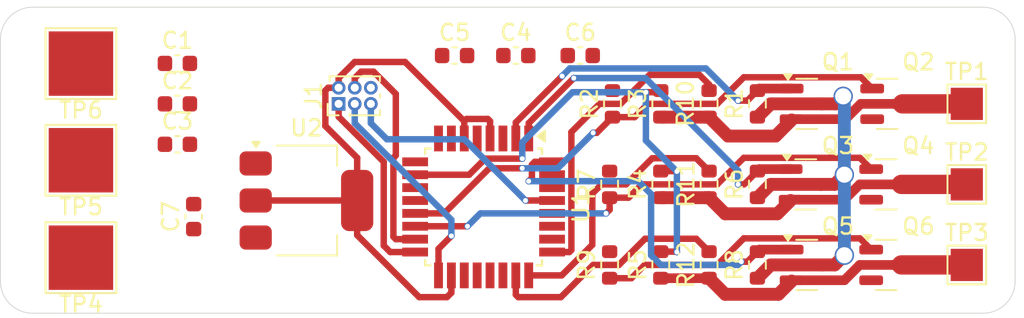
<source format=kicad_pcb>
(kicad_pcb (version 20240108) (generator "pcbnew") (generator_version "8.0")
  (layers (0 "F.Cu" signal) (31 "B.Cu" signal) (34 "B.Paste" user) (35 "F.Paste" user) (36 "B.SilkS" user "B.Silkscreen") (37 "F.SilkS" user "F.Silkscreen") (38 "B.Mask" user) (39 "F.Mask" user) (44 "Edge.Cuts" user))
  (net 0 "")
  (net 1 "GND")
  (net 2 "D6_1")
  (net 3 "+BATT")
  (net 4 "+5V")
  (net 5 "RST1")
  (net 6 "SCK1")
  (net 7 "MISO1")
  (net 8 "CL1")
  (net 9 "AH1")
  (net 10 "PHASEA1")
  (net 11 "AL1")
  (net 12 "BH1")
  (net 13 "PHASEB1")
  (net 14 "BL1")
  (net 15 "PHASEC1")
  (net 16 "CH1")
  (net 17 "A2_1")
  (net 18 "A1_1")
  (net 19 "A0_1")
  (net 27 "PWM1")
  (footprint "Capacitor_SMD:C_0603_1608Metric" (layer "F.Cu") (at 86 47)
    (property "Reference" "C4" (at 0 -1.43 0) (layer "F.SilkS"))
    (property "Value" "C")
    (fp_line (start -0.14058 -0.51) (end 0.14058 -0.51) (stroke (width 0.12)) (layer "F.SilkS"))
    (fp_line (start -0.14058 0.51) (end 0.14058 0.51) (stroke (width 0.12)) (layer "F.SilkS"))
    (pad "1" smd roundrect (at -0.775 0) (size 0.9 0.95) (layers "F.Cu" "F.Paste" "F.Mask") (net 4 "+5V"))
    (pad "2" smd roundrect (at 0.775 0) (size 0.9 0.95) (layers "F.Cu" "F.Paste" "F.Mask") (net 1 "GND"))
  )
  (footprint "Package_TO_SOT_SMD:SOT-23" (layer "F.Cu") (at 104 55)
    (property "Reference" "Q3" (at 2 -2.4 0) (layer "F.SilkS"))
    (property "Value" "AO3401A")
    (fp_line (start 0 -1.56) (end -0.65 -1.56) (stroke (width 0.12)) (layer "F.SilkS"))
    (fp_line (start 0 -1.56) (end 0.65 -1.56) (stroke (width 0.12)) (layer "F.SilkS"))
    (fp_line (start 0 1.56) (end -0.65 1.56) (stroke (width 0.12)) (layer "F.SilkS"))
    (fp_line (start 0 1.56) (end 0.65 1.56) (stroke (width 0.12)) (layer "F.SilkS"))
    (fp_poly (pts (xy -1.1625 -1.51) (xy -1.4025 -1.84) (xy -0.9225 -1.84) (xy -1.1625 -1.51)) (stroke (width 0.12)) (fill solid) (layer "F.SilkS"))
    (pad "1" smd roundrect (at -0.9375 -0.95) (size 1.475 0.6) (layers "F.Cu" "F.Paste" "F.Mask") (net 12 "BH1"))
    (pad "2" smd roundrect (at -0.9375 0.95) (size 1.475 0.6) (layers "F.Cu" "F.Paste" "F.Mask") (net 13 "PHASEB1"))
    (pad "3" smd roundrect (at 0.9375 0) (size 1.475 0.6) (layers "F.Cu" "F.Paste" "F.Mask") (net 3 "+BATT"))
  )
  (footprint "Capacitor_SMD:C_0603_1608Metric" (layer "F.Cu") (at 90 47)
    (property "Reference" "C6" (at 0 -1.43 0) (layer "F.SilkS"))
    (property "Value" "C")
    (fp_line (start -0.14058 -0.51) (end 0.14058 -0.51) (stroke (width 0.12)) (layer "F.SilkS"))
    (fp_line (start -0.14058 0.51) (end 0.14058 0.51) (stroke (width 0.12)) (layer "F.SilkS"))
    (pad "1" smd roundrect (at -0.775 0) (size 0.9 0.95) (layers "F.Cu" "F.Paste" "F.Mask") (net 4 "+5V"))
    (pad "2" smd roundrect (at 0.775 0) (size 0.9 0.95) (layers "F.Cu" "F.Paste" "F.Mask") (net 1 "GND"))
  )
  (footprint "Capacitor_SMD:C_0603_1608Metric" (layer "F.Cu") (at 66 57 90)
    (property "Reference" "C7" (at 0 -1.43 90) (layer "F.SilkS"))
    (property "Value" "C")
    (fp_line (start -0.14058 -0.51) (end 0.14058 -0.51) (stroke (width 0.12)) (layer "F.SilkS"))
    (fp_line (start -0.14058 0.51) (end 0.14058 0.51) (stroke (width 0.12)) (layer "F.SilkS"))
    (pad "1" smd roundrect (at -0.775 0 90) (size 0.9 0.95) (layers "F.Cu" "F.Paste" "F.Mask") (net 3 "+BATT"))
    (pad "2" smd roundrect (at 0.775 0 90) (size 0.9 0.95) (layers "F.Cu" "F.Paste" "F.Mask") (net 1 "GND"))
  )
  (footprint "Resistor_SMD:R_0603_1608Metric" (layer "F.Cu") (at 98 50 -90)
    (property "Reference" "R10" (at -0.023184 1.466777 90) (layer "F.SilkS"))
    (property "Value" "33K")
    (fp_line (start -0.237258 0.5225) (end 0.237258 0.5225) (stroke (width 0.12)) (layer "F.SilkS"))
    (fp_line (start -0.237258 -0.5225) (end 0.237258 -0.5225) (stroke (width 0.12)) (layer "F.SilkS"))
    (pad "1" smd roundrect (at -0.825 0 270) (size 0.8 0.95) (layers "F.Cu" "F.Paste" "F.Mask") (net 17 "A2_1"))
    (pad "2" smd roundrect (at 0.825 0 270) (size 0.8 0.95) (layers "F.Cu" "F.Paste" "F.Mask") (net 10 "PHASEA1"))
  )
  (footprint "Package_TO_SOT_SMD:SOT-23" (layer "F.Cu") (at 109.0625 50)
    (property "Reference" "Q2" (at 1.9375 -2.6 0) (layer "F.SilkS"))
    (property "Value" "IRLML0030")
    (fp_line (start 0 -1.56) (end -0.65 -1.56) (stroke (width 0.12)) (layer "F.SilkS"))
    (fp_line (start 0 -1.56) (end 0.65 -1.56) (stroke (width 0.12)) (layer "F.SilkS"))
    (fp_line (start 0 1.56) (end -0.65 1.56) (stroke (width 0.12)) (layer "F.SilkS"))
    (fp_line (start 0 1.56) (end 0.65 1.56) (stroke (width 0.12)) (layer "F.SilkS"))
    (fp_poly (pts (xy -1.1625 -1.51) (xy -1.4025 -1.84) (xy -0.9225 -1.84) (xy -1.1625 -1.51)) (stroke (width 0.12)) (fill solid) (layer "F.SilkS"))
    (pad "1" smd roundrect (at -0.9375 -0.95) (size 1.475 0.6) (layers "F.Cu" "F.Paste" "F.Mask") (net 11 "AL1"))
    (pad "2" smd roundrect (at -0.9375 0.95) (size 1.475 0.6) (layers "F.Cu" "F.Paste" "F.Mask") (net 1 "GND"))
    (pad "3" smd roundrect (at 0.9375 0) (size 1.475 0.6) (layers "F.Cu" "F.Paste" "F.Mask") (net 10 "PHASEA1"))
  )
  (footprint "Resistor_SMD:R_0603_1608Metric" (layer "F.Cu") (at 98 60 90)
    (property "Reference" "R12" (at 0 -1.43 90) (layer "F.SilkS"))
    (property "Value" "33K")
    (fp_line (start -0.237258 -0.5225) (end 0.237258 -0.5225) (stroke (width 0.12)) (layer "F.SilkS"))
    (fp_line (start -0.237258 0.5225) (end 0.237258 0.5225) (stroke (width 0.12)) (layer "F.SilkS"))
    (pad "1" smd roundrect (at -0.825 0 90) (size 0.8 0.95) (layers "F.Cu" "F.Paste" "F.Mask") (net 15 "PHASEC1"))
    (pad "2" smd roundrect (at 0.825 0 90) (size 0.8 0.95) (layers "F.Cu" "F.Paste" "F.Mask") (net 19 "A0_1"))
  )
  (footprint "Resistor_SMD:R_0603_1608Metric" (layer "F.Cu") (at 98 55 90)
    (property "Reference" "R11" (at 0 -1.43 90) (layer "F.SilkS"))
    (property "Value" "33K")
    (fp_line (start -0.237258 -0.5225) (end 0.237258 -0.5225) (stroke (width 0.12)) (layer "F.SilkS"))
    (fp_line (start -0.237258 0.5225) (end 0.237258 0.5225) (stroke (width 0.12)) (layer "F.SilkS"))
    (pad "1" smd roundrect (at -0.825 0 90) (size 0.8 0.95) (layers "F.Cu" "F.Paste" "F.Mask") (net 13 "PHASEB1"))
    (pad "2" smd roundrect (at 0.825 0 90) (size 0.8 0.95) (layers "F.Cu" "F.Paste" "F.Mask") (net 18 "A1_1"))
  )
  (footprint "Resistor_SMD:R_0603_1608Metric" (layer "F.Cu") (at 101 55 90)
    (property "Reference" "R6" (at 0 -1.43 90) (layer "F.SilkS"))
    (property "Value" "R_Small")
    (fp_line (start -0.237258 -0.5225) (end 0.237258 -0.5225) (stroke (width 0.12)) (layer "F.SilkS"))
    (fp_line (start -0.237258 0.5225) (end 0.237258 0.5225) (stroke (width 0.12)) (layer "F.SilkS"))
    (pad "1" smd roundrect (at -0.825 0 90) (size 0.8 0.95) (layers "F.Cu" "F.Paste" "F.Mask") (net 3 "+BATT"))
    (pad "2" smd roundrect (at 0.825 0 90) (size 0.8 0.95) (layers "F.Cu" "F.Paste" "F.Mask") (net 12 "BH1"))
  )
  (footprint "Connector_PinHeader_1.00mm:PinHeader_2x03_P1.00mm_Vertical" (layer "F.Cu") (at 75 50 90)
    (property "Reference" "J1" (at 0.5 -1.56 90) (layer "F.SilkS"))
    (property "Value" "AVR-ISP-6")
    (fp_line (start -0.71 -0.685) (end 0 -0.685) (stroke (width 0.12)) (layer "F.SilkS"))
    (fp_line (start 1.71 -0.56) (end 1.71 2.56) (stroke (width 0.12)) (layer "F.SilkS"))
    (fp_line (start 1.394493 -0.56) (end 1.71 -0.56) (stroke (width 0.12)) (layer "F.SilkS"))
    (fp_line (start -0.71 0) (end -0.71 -0.685) (stroke (width 0.12)) (layer "F.SilkS"))
    (fp_line (start -0.71 0.685) (end -0.608276 0.685) (stroke (width 0.12)) (layer "F.SilkS"))
    (fp_line (start -0.71 0.685) (end -0.71 2.56) (stroke (width 0.12)) (layer "F.SilkS"))
    (fp_line (start 1.394493 2.56) (end 1.71 2.56) (stroke (width 0.12)) (layer "F.SilkS"))
    (fp_line (start 0.394493 2.56) (end 0.605507 2.56) (stroke (width 0.12)) (layer "F.SilkS"))
    (fp_line (start -0.71 2.56) (end -0.394493 2.56) (stroke (width 0.12)) (layer "F.SilkS"))
    (pad "1" thru_hole rect (at 0 0 90) (size 0.85 0.85) (drill 0.5) (layers "*.Cu" "*.Mask") (net 7 "MISO1"))
    (pad "2" thru_hole oval (at 1 0 90) (size 0.85 0.85) (drill 0.5) (layers "*.Cu" "*.Mask") (net 4 "+5V"))
    (pad "3" thru_hole oval (at 0 1 90) (size 0.85 0.85) (drill 0.5) (layers "*.Cu" "*.Mask") (net 6 "SCK1"))
    (pad "4" thru_hole oval (at 1 1 90) (size 0.85 0.85) (drill 0.5) (layers "*.Cu" "*.Mask") (net 8 "CL1"))
    (pad "5" thru_hole oval (at 0 2 90) (size 0.85 0.85) (drill 0.5) (layers "*.Cu" "*.Mask") (net 5 "RST1"))
    (pad "6" thru_hole oval (at 1 2 90) (size 0.85 0.85) (drill 0.5) (layers "*.Cu" "*.Mask") (net 1 "GND"))
  )
  (footprint "Capacitor_SMD:C_0603_1608Metric" (layer "F.Cu") (at 64.99 52.51)
    (property "Reference" "C3" (at 0 -1.43 0) (layer "F.SilkS"))
    (property "Value" "C")
    (fp_line (start -0.14058 -0.51) (end 0.14058 -0.51) (stroke (width 0.12)) (layer "F.SilkS"))
    (fp_line (start -0.14058 0.51) (end 0.14058 0.51) (stroke (width 0.12)) (layer "F.SilkS"))
    (pad "1" smd roundrect (at -0.775 0) (size 0.9 0.95) (layers "F.Cu" "F.Paste" "F.Mask") (net 4 "+5V"))
    (pad "2" smd roundrect (at 0.775 0) (size 0.9 0.95) (layers "F.Cu" "F.Paste" "F.Mask") (net 1 "GND"))
  )
  (footprint "Resistor_SMD:R_0603_1608Metric" (layer "F.Cu") (at 101 50 90)
    (property "Reference" "R1" (at 0 -1.43 90) (layer "F.SilkS"))
    (property "Value" "R_Small")
    (fp_line (start -0.237258 -0.5225) (end 0.237258 -0.5225) (stroke (width 0.12)) (layer "F.SilkS"))
    (fp_line (start -0.237258 0.5225) (end 0.237258 0.5225) (stroke (width 0.12)) (layer "F.SilkS"))
    (pad "1" smd roundrect (at -0.825 0 90) (size 0.8 0.95) (layers "F.Cu" "F.Paste" "F.Mask") (net 3 "+BATT"))
    (pad "2" smd roundrect (at 0.825 0 90) (size 0.8 0.95) (layers "F.Cu" "F.Paste" "F.Mask") (net 9 "AH1"))
  )
  (footprint "Resistor_SMD:R_0603_1608Metric" (layer "F.Cu") (at 91.825 60 90)
    (property "Reference" "R9" (at 0 -1.43 90) (layer "F.SilkS"))
    (property "Value" "R_Small")
    (fp_line (start -0.237258 -0.5225) (end 0.237258 -0.5225) (stroke (width 0.12)) (layer "F.SilkS"))
    (fp_line (start -0.237258 0.5225) (end 0.237258 0.5225) (stroke (width 0.12)) (layer "F.SilkS"))
    (pad "1" smd roundrect (at -0.825 0 90) (size 0.8 0.95) (layers "F.Cu" "F.Paste" "F.Mask") (net 8 "CL1"))
    (pad "2" smd roundrect (at 0.825 0 90) (size 0.8 0.95) (layers "F.Cu" "F.Paste" "F.Mask") (net 1 "GND"))
  )
  (footprint "Package_TO_SOT_SMD:SOT-23" (layer "F.Cu") (at 104.0625 50)
    (property "Reference" "Q1" (at 1.9375 -2.6 0) (layer "F.SilkS"))
    (property "Value" "AO3401A")
    (fp_line (start 0 -1.56) (end -0.65 -1.56) (stroke (width 0.12)) (layer "F.SilkS"))
    (fp_line (start 0 -1.56) (end 0.65 -1.56) (stroke (width 0.12)) (layer "F.SilkS"))
    (fp_line (start 0 1.56) (end -0.65 1.56) (stroke (width 0.12)) (layer "F.SilkS"))
    (fp_line (start 0 1.56) (end 0.65 1.56) (stroke (width 0.12)) (layer "F.SilkS"))
    (fp_poly (pts (xy -1.1625 -1.51) (xy -1.4025 -1.84) (xy -0.9225 -1.84) (xy -1.1625 -1.51)) (stroke (width 0.12)) (fill solid) (layer "F.SilkS"))
    (pad "1" smd roundrect (at -0.9375 -0.95) (size 1.475 0.6) (layers "F.Cu" "F.Paste" "F.Mask") (net 9 "AH1"))
    (pad "2" smd roundrect (at -0.9375 0.95) (size 1.475 0.6) (layers "F.Cu" "F.Paste" "F.Mask") (net 10 "PHASEA1"))
    (pad "3" smd roundrect (at 0.9375 0) (size 1.475 0.6) (layers "F.Cu" "F.Paste" "F.Mask") (net 3 "+BATT"))
  )
  (footprint "Capacitor_SMD:C_0603_1608Metric" (layer "F.Cu") (at 82.2 47)
    (property "Reference" "C5" (at 0 -1.43 0) (layer "F.SilkS"))
    (property "Value" "C")
    (fp_line (start -0.14058 -0.51) (end 0.14058 -0.51) (stroke (width 0.12)) (layer "F.SilkS"))
    (fp_line (start -0.14058 0.51) (end 0.14058 0.51) (stroke (width 0.12)) (layer "F.SilkS"))
    (pad "1" smd roundrect (at -0.775 0) (size 0.9 0.95) (layers "F.Cu" "F.Paste" "F.Mask") (net 4 "+5V"))
    (pad "2" smd roundrect (at 0.775 0) (size 0.9 0.95) (layers "F.Cu" "F.Paste" "F.Mask") (net 1 "GND"))
  )
  (footprint "Package_TO_SOT_SMD:SOT-23" (layer "F.Cu") (at 104.0625 60)
    (property "Reference" "Q5" (at 1.9375 -2.4 0) (layer "F.SilkS"))
    (property "Value" "AO3401A")
    (fp_line (start 0 -1.56) (end -0.65 -1.56) (stroke (width 0.12)) (layer "F.SilkS"))
    (fp_line (start 0 -1.56) (end 0.65 -1.56) (stroke (width 0.12)) (layer "F.SilkS"))
    (fp_line (start 0 1.56) (end -0.65 1.56) (stroke (width 0.12)) (layer "F.SilkS"))
    (fp_line (start 0 1.56) (end 0.65 1.56) (stroke (width 0.12)) (layer "F.SilkS"))
    (fp_poly (pts (xy -1.1625 -1.51) (xy -1.4025 -1.84) (xy -0.9225 -1.84) (xy -1.1625 -1.51)) (stroke (width 0.12)) (fill solid) (layer "F.SilkS"))
    (pad "1" smd roundrect (at -0.9375 -0.95) (size 1.475 0.6) (layers "F.Cu" "F.Paste" "F.Mask") (net 16 "CH1"))
    (pad "2" smd roundrect (at -0.9375 0.95) (size 1.475 0.6) (layers "F.Cu" "F.Paste" "F.Mask") (net 15 "PHASEC1"))
    (pad "3" smd roundrect (at 0.9375 0) (size 1.475 0.6) (layers "F.Cu" "F.Paste" "F.Mask") (net 3 "+BATT"))
  )
  (footprint "Package_TO_SOT_SMD:SOT-23" (layer "F.Cu") (at 109 60)
    (property "Reference" "Q6" (at 2 -2.4 0) (layer "F.SilkS"))
    (property "Value" "IRLML0030")
    (fp_line (start 0 -1.56) (end -0.65 -1.56) (stroke (width 0.12)) (layer "F.SilkS"))
    (fp_line (start 0 -1.56) (end 0.65 -1.56) (stroke (width 0.12)) (layer "F.SilkS"))
    (fp_line (start 0 1.56) (end -0.65 1.56) (stroke (width 0.12)) (layer "F.SilkS"))
    (fp_line (start 0 1.56) (end 0.65 1.56) (stroke (width 0.12)) (layer "F.SilkS"))
    (fp_poly (pts (xy -1.1625 -1.51) (xy -1.4025 -1.84) (xy -0.9225 -1.84) (xy -1.1625 -1.51)) (stroke (width 0.12)) (fill solid) (layer "F.SilkS"))
    (pad "1" smd roundrect (at -0.9375 -0.95) (size 1.475 0.6) (layers "F.Cu" "F.Paste" "F.Mask") (net 8 "CL1"))
    (pad "2" smd roundrect (at -0.9375 0.95) (size 1.475 0.6) (layers "F.Cu" "F.Paste" "F.Mask") (net 1 "GND"))
    (pad "3" smd roundrect (at 0.9375 0) (size 1.475 0.6) (layers "F.Cu" "F.Paste" "F.Mask") (net 15 "PHASEC1"))
  )
  (footprint "Resistor_SMD:R_0603_1608Metric" (layer "F.Cu") (at 91.825 55 90)
    (property "Reference" "R7" (at 0 -1.43 90) (layer "F.SilkS"))
    (property "Value" "R_Small")
    (fp_line (start -0.237258 -0.5225) (end 0.237258 -0.5225) (stroke (width 0.12)) (layer "F.SilkS"))
    (fp_line (start -0.237258 0.5225) (end 0.237258 0.5225) (stroke (width 0.12)) (layer "F.SilkS"))
    (pad "1" smd roundrect (at -0.825 0 90) (size 0.8 0.95) (layers "F.Cu" "F.Paste" "F.Mask") (net 14 "BL1"))
    (pad "2" smd roundrect (at 0.825 0 90) (size 0.8 0.95) (layers "F.Cu" "F.Paste" "F.Mask") (net 1 "GND"))
  )
  (footprint "Resistor_SMD:R_0603_1608Metric" (layer "F.Cu") (at 92 50 90)
    (property "Reference" "R2" (at 0 -1.43 90) (layer "F.SilkS"))
    (property "Value" "R_Small")
    (fp_line (start -0.237258 -0.5225) (end 0.237258 -0.5225) (stroke (width 0.12)) (layer "F.SilkS"))
    (fp_line (start -0.237258 0.5225) (end 0.237258 0.5225) (stroke (width 0.12)) (layer "F.SilkS"))
    (pad "1" smd roundrect (at -0.825 0 90) (size 0.8 0.95) (layers "F.Cu" "F.Paste" "F.Mask") (net 11 "AL1"))
    (pad "2" smd roundrect (at 0.825 0 90) (size 0.8 0.95) (layers "F.Cu" "F.Paste" "F.Mask") (net 1 "GND"))
  )
  (footprint "Capacitor_SMD:C_0603_1608Metric" (layer "F.Cu") (at 64.99 47.49)
    (property "Reference" "C1" (at 0 -1.43 0) (layer "F.SilkS"))
    (property "Value" "C")
    (fp_line (start -0.14058 -0.51) (end 0.14058 -0.51) (stroke (width 0.12)) (layer "F.SilkS"))
    (fp_line (start -0.14058 0.51) (end 0.14058 0.51) (stroke (width 0.12)) (layer "F.SilkS"))
    (pad "1" smd roundrect (at -0.775 0) (size 0.9 0.95) (layers "F.Cu" "F.Paste" "F.Mask") (net 1 "GND"))
    (pad "2" smd roundrect (at 0.775 0) (size 0.9 0.95) (layers "F.Cu" "F.Paste" "F.Mask") (net 2 "D6_1"))
  )
  (footprint "Resistor_SMD:R_0603_1608Metric" (layer "F.Cu") (at 101 60 90)
    (property "Reference" "R8" (at 0 -1.43 90) (layer "F.SilkS"))
    (property "Value" "R_Small")
    (fp_line (start -0.237258 -0.5225) (end 0.237258 -0.5225) (stroke (width 0.12)) (layer "F.SilkS"))
    (fp_line (start -0.237258 0.5225) (end 0.237258 0.5225) (stroke (width 0.12)) (layer "F.SilkS"))
    (pad "1" smd roundrect (at -0.825 0 90) (size 0.8 0.95) (layers "F.Cu" "F.Paste" "F.Mask") (net 3 "+BATT"))
    (pad "2" smd roundrect (at 0.825 0 90) (size 0.8 0.95) (layers "F.Cu" "F.Paste" "F.Mask") (net 16 "CH1"))
  )
  (footprint "Resistor_SMD:R_0603_1608Metric" (layer "F.Cu") (at 95 60 90)
    (property "Reference" "R5" (at 0 -1.43 90) (layer "F.SilkS"))
    (property "Value" "R_Small")
    (fp_line (start -0.237258 -0.5225) (end 0.237258 -0.5225) (stroke (width 0.12)) (layer "F.SilkS"))
    (fp_line (start -0.237258 0.5225) (end 0.237258 0.5225) (stroke (width 0.12)) (layer "F.SilkS"))
    (pad "1" smd roundrect (at -0.825 0 90) (size 0.8 0.95) (layers "F.Cu" "F.Paste" "F.Mask") (net 15 "PHASEC1"))
    (pad "2" smd roundrect (at 0.825 0 90) (size 0.8 0.95) (layers "F.Cu" "F.Paste" "F.Mask") (net 2 "D6_1"))
  )
  (footprint "Capacitor_SMD:C_0603_1608Metric" (layer "F.Cu") (at 64.99 50)
    (property "Reference" "C2" (at 0 -1.43 0) (layer "F.SilkS"))
    (property "Value" "C")
    (fp_line (start -0.14058 -0.51) (end 0.14058 -0.51) (stroke (width 0.12)) (layer "F.SilkS"))
    (fp_line (start -0.14058 0.51) (end 0.14058 0.51) (stroke (width 0.12)) (layer "F.SilkS"))
    (pad "1" smd roundrect (at -0.775 0) (size 0.9 0.95) (layers "F.Cu" "F.Paste" "F.Mask") (net 3 "+BATT"))
    (pad "2" smd roundrect (at 0.775 0) (size 0.9 0.95) (layers "F.Cu" "F.Paste" "F.Mask") (net 1 "GND"))
  )
  (footprint "Package_QFP:TQFP-32_7x7mm_P0.8mm" (layer "F.Cu") (at 84 56.4 -90)
    (property "Reference" "U1" (at 0 -6.05 90) (layer "F.SilkS"))
    (property "Value" "ATmega88PA-A")
    (fp_line (start -3.625 3.625) (end -3.3 3.625) (stroke (width 0.15)) (layer "F.SilkS"))
    (fp_line (start -3.625 3.625) (end -3.625 3.3) (stroke (width 0.15)) (layer "F.SilkS"))
    (fp_line (start 3.625 3.625) (end 3.3 3.625) (stroke (width 0.15)) (layer "F.SilkS"))
    (fp_line (start 3.625 3.625) (end 3.625 3.3) (stroke (width 0.15)) (layer "F.SilkS"))
    (fp_line (start -3.625 -3.625) (end -3.625 -3.4) (stroke (width 0.15)) (layer "F.SilkS"))
    (fp_line (start -3.625 -3.625) (end -3.3 -3.625) (stroke (width 0.15)) (layer "F.SilkS"))
    (fp_line (start 3.625 -3.625) (end 3.625 -3.3) (stroke (width 0.15)) (layer "F.SilkS"))
    (fp_line (start 3.625 -3.625) (end 3.3 -3.625) (stroke (width 0.15)) (layer "F.SilkS"))
    (fp_poly (pts (xy -4.39 -3.34) (xy -4.73 -3.81) (xy -4.05 -3.81) (xy -4.39 -3.34)) (stroke (width 0.12)) (fill solid) (layer "F.SilkS"))
    (pad "1" smd rect (at -4.25 -2.8 270) (size 1.6 0.55) (layers "F.Cu" "F.Paste" "F.Mask") (net 12 "BH1"))
    (pad "2" smd rect (at -4.25 -2 270) (size 1.6 0.55) (layers "F.Cu" "F.Paste" "F.Mask") (net 9 "AH1"))
    (pad "3" smd rect (at -4.25 -1.2 270) (size 1.6 0.55) (layers "F.Cu" "F.Paste" "F.Mask") (net 1 "GND"))
    (pad "4" smd rect (at -4.25 -0.4 270) (size 1.6 0.55) (layers "F.Cu" "F.Paste" "F.Mask") (net 4 "+5V"))
    (pad "5" smd rect (at -4.25 0.4 270) (size 1.6 0.55) (layers "F.Cu" "F.Paste" "F.Mask") (net 1 "GND"))
    (pad "6" smd rect (at -4.25 1.2 270) (size 1.6 0.55) (layers "F.Cu" "F.Paste" "F.Mask") (net 4 "+5V"))
    (pad "7" smd rect (at -4.25 2 270) (size 1.6 0.55) (layers "F.Cu" "F.Paste" "F.Mask"))
    (pad "8" smd rect (at -4.25 2.8 270) (size 1.6 0.55) (layers "F.Cu" "F.Paste" "F.Mask"))
    (pad "9" smd rect (at -2.8 4.25) (size 1.6 0.55) (layers "F.Cu" "F.Paste" "F.Mask"))
    (pad "10" smd rect (at -2 4.25) (size 1.6 0.55) (layers "F.Cu" "F.Paste" "F.Mask") (net 2 "D6_1"))
    (pad "11" smd rect (at -1.2 4.25) (size 1.6 0.55) (layers "F.Cu" "F.Paste" "F.Mask"))
    (pad "12" smd rect (at -0.4 4.25) (size 1.6 0.55) (layers "F.Cu" "F.Paste" "F.Mask") (net 27 "PWM1"))
    (pad "13" smd rect (at 0.4 4.25) (size 1.6 0.55) (layers "F.Cu" "F.Paste" "F.Mask") (net 11 "AL1"))
    (pad "14" smd rect (at 1.2 4.25) (size 1.6 0.55) (layers "F.Cu" "F.Paste" "F.Mask") (net 14 "BL1"))
    (pad "15" smd rect (at 2 4.25) (size 1.6 0.55) (layers "F.Cu" "F.Paste" "F.Mask") (net 8 "CL1"))
    (pad "16" smd rect (at 2.8 4.25) (size 1.6 0.55) (layers "F.Cu" "F.Paste" "F.Mask") (net 7 "MISO1"))
    (pad "17" smd rect (at 4.25 2.8 270) (size 1.6 0.55) (layers "F.Cu" "F.Paste" "F.Mask") (net 6 "SCK1"))
    (pad "18" smd rect (at 4.25 2 270) (size 1.6 0.55) (layers "F.Cu" "F.Paste" "F.Mask") (net 4 "+5V"))
    (pad "19" smd rect (at 4.25 1.2 270) (size 1.6 0.55) (layers "F.Cu" "F.Paste" "F.Mask"))
    (pad "20" smd rect (at 4.25 0.4 270) (size 1.6 0.55) (layers "F.Cu" "F.Paste" "F.Mask"))
    (pad "21" smd rect (at 4.25 -0.4 270) (size 1.6 0.55) (layers "F.Cu" "F.Paste" "F.Mask") (net 1 "GND"))
    (pad "22" smd rect (at 4.25 -1.2 270) (size 1.6 0.55) (layers "F.Cu" "F.Paste" "F.Mask"))
    (pad "23" smd rect (at 4.25 -2 270) (size 1.6 0.55) (layers "F.Cu" "F.Paste" "F.Mask") (net 19 "A0_1"))
    (pad "24" smd rect (at 4.25 -2.8 270) (size 1.6 0.55) (layers "F.Cu" "F.Paste" "F.Mask") (net 18 "A1_1"))
    (pad "25" smd rect (at 2.8 -4.25) (size 1.6 0.55) (layers "F.Cu" "F.Paste" "F.Mask") (net 17 "A2_1"))
    (pad "26" smd rect (at 2 -4.25) (size 1.6 0.55) (layers "F.Cu" "F.Paste" "F.Mask"))
    (pad "27" smd rect (at 1.2 -4.25) (size 1.6 0.55) (layers "F.Cu" "F.Paste" "F.Mask"))
    (pad "28" smd rect (at 0.4 -4.25) (size 1.6 0.55) (layers "F.Cu" "F.Paste" "F.Mask"))
    (pad "29" smd rect (at -0.4 -4.25) (size 1.6 0.55) (layers "F.Cu" "F.Paste" "F.Mask") (net 5 "RST1"))
    (pad "30" smd rect (at -1.2 -4.25) (size 1.6 0.55) (layers "F.Cu" "F.Paste" "F.Mask"))
    (pad "31" smd rect (at -2 -4.25) (size 1.6 0.55) (layers "F.Cu" "F.Paste" "F.Mask"))
    (pad "32" smd rect (at -2.8 -4.25) (size 1.6 0.55) (layers "F.Cu" "F.Paste" "F.Mask") (net 16 "CH1"))
  )
  (footprint "Package_TO_SOT_SMD:SOT-23" (layer "F.Cu") (at 109 55)
    (property "Reference" "Q4" (at 2 -2.4 0) (layer "F.SilkS"))
    (property "Value" "IRLML0030")
    (fp_line (start 0 -1.56) (end -0.65 -1.56) (stroke (width 0.12)) (layer "F.SilkS"))
    (fp_line (start 0 -1.56) (end 0.65 -1.56) (stroke (width 0.12)) (layer "F.SilkS"))
    (fp_line (start 0 1.56) (end -0.65 1.56) (stroke (width 0.12)) (layer "F.SilkS"))
    (fp_line (start 0 1.56) (end 0.65 1.56) (stroke (width 0.12)) (layer "F.SilkS"))
    (fp_poly (pts (xy -1.1625 -1.51) (xy -1.4025 -1.84) (xy -0.9225 -1.84) (xy -1.1625 -1.51)) (stroke (width 0.12)) (fill solid) (layer "F.SilkS"))
    (pad "1" smd roundrect (at -0.9375 -0.95) (size 1.475 0.6) (layers "F.Cu" "F.Paste" "F.Mask") (net 14 "BL1"))
    (pad "2" smd roundrect (at -0.9375 0.95) (size 1.475 0.6) (layers "F.Cu" "F.Paste" "F.Mask") (net 1 "GND"))
    (pad "3" smd roundrect (at 0.9375 0) (size 1.475 0.6) (layers "F.Cu" "F.Paste" "F.Mask") (net 13 "PHASEB1"))
  )
  (footprint "TestPoint:TestPoint_Pad_2.0x2.0mm" (layer "F.Cu") (at 114 60)
    (property "Reference" "TP3" (at 0 -1.998 0) (layer "F.SilkS"))
    (property "Value" "TestPoint")
    (fp_line (start -1.2 -1.2) (end 1.2 -1.2) (stroke (width 0.12)) (layer "F.SilkS"))
    (fp_line (start -1.2 1.2) (end -1.2 -1.2) (stroke (width 0.12)) (layer "F.SilkS"))
    (fp_line (start 1.2 -1.2) (end 1.2 1.2) (stroke (width 0.12)) (layer "F.SilkS"))
    (fp_line (start 1.2 1.2) (end -1.2 1.2) (stroke (width 0.12)) (layer "F.SilkS"))
    (pad "1" smd rect (at 0 0) (size 2 2) (layers "F.Cu" "F.Mask") (net 15 "PHASEC1"))
  )
  (footprint "TestPoint:TestPoint_Pad_2.0x2.0mm" (layer "F.Cu") (at 114 55)
    (property "Reference" "TP2" (at 0 -1.998 0) (layer "F.SilkS"))
    (property "Value" "TestPoint")
    (fp_line (start -1.2 -1.2) (end 1.2 -1.2) (stroke (width 0.12)) (layer "F.SilkS"))
    (fp_line (start -1.2 1.2) (end -1.2 -1.2) (stroke (width 0.12)) (layer "F.SilkS"))
    (fp_line (start 1.2 -1.2) (end 1.2 1.2) (stroke (width 0.12)) (layer "F.SilkS"))
    (fp_line (start 1.2 1.2) (end -1.2 1.2) (stroke (width 0.12)) (layer "F.SilkS"))
    (pad "1" smd rect (at 0 0) (size 2 2) (layers "F.Cu" "F.Mask") (net 13 "PHASEB1"))
  )
  (footprint "Resistor_SMD:R_0603_1608Metric" (layer "F.Cu") (at 95 55 90)
    (property "Reference" "R4" (at 0 -1.43 90) (layer "F.SilkS"))
    (property "Value" "R_Small")
    (fp_line (start -0.237258 -0.5225) (end 0.237258 -0.5225) (stroke (width 0.12)) (layer "F.SilkS"))
    (fp_line (start -0.237258 0.5225) (end 0.237258 0.5225) (stroke (width 0.12)) (layer "F.SilkS"))
    (pad "1" smd roundrect (at -0.825 0 90) (size 0.8 0.95) (layers "F.Cu" "F.Paste" "F.Mask") (net 13 "PHASEB1"))
    (pad "2" smd roundrect (at 0.825 0 90) (size 0.8 0.95) (layers "F.Cu" "F.Paste" "F.Mask") (net 2 "D6_1"))
  )
  (footprint "Resistor_SMD:R_0603_1608Metric" (layer "F.Cu") (at 95 50 90)
    (property "Reference" "R3" (at 0 -1.43 90) (layer "F.SilkS"))
    (property "Value" "R_Small")
    (fp_line (start -0.237258 -0.5225) (end 0.237258 -0.5225) (stroke (width 0.12)) (layer "F.SilkS"))
    (fp_line (start -0.237258 0.5225) (end 0.237258 0.5225) (stroke (width 0.12)) (layer "F.SilkS"))
    (pad "1" smd roundrect (at -0.825 0 90) (size 0.8 0.95) (layers "F.Cu" "F.Paste" "F.Mask") (net 10 "PHASEA1"))
    (pad "2" smd roundrect (at 0.825 0 90) (size 0.8 0.95) (layers "F.Cu" "F.Paste" "F.Mask") (net 2 "D6_1"))
  )
  (footprint "TestPoint:TestPoint_Pad_4.0x4.0mm" (layer "F.Cu") (at 59 59.55 180)
    (property "Reference" "TP4" (at 0 -2.898 360) (layer "F.SilkS"))
    (property "Value" "TestPoint")
    (fp_line (start 2.2 2.2) (end -2.2 2.2) (stroke (width 0.12)) (layer "F.SilkS"))
    (fp_line (start 2.2 -2.2) (end 2.2 2.2) (stroke (width 0.12)) (layer "F.SilkS"))
    (fp_line (start -2.2 2.2) (end -2.2 -2.2) (stroke (width 0.12)) (layer "F.SilkS"))
    (fp_line (start -2.2 -2.2) (end 2.2 -2.2) (stroke (width 0.12)) (layer "F.SilkS"))
    (pad "1" smd rect (at 0 0 180) (size 4 4) (layers "F.Cu" "F.Mask") (net 3 "+BATT"))
  )
  (footprint "TestPoint:TestPoint_Pad_4.0x4.0mm" (layer "F.Cu") (at 59 53.5 180)
    (property "Reference" "TP5" (at 0 -2.898 360) (layer "F.SilkS"))
    (property "Value" "TestPoint")
    (fp_line (start 2.2 2.2) (end -2.2 2.2) (stroke (width 0.12)) (layer "F.SilkS"))
    (fp_line (start 2.2 -2.2) (end 2.2 2.2) (stroke (width 0.12)) (layer "F.SilkS"))
    (fp_line (start -2.2 2.2) (end -2.2 -2.2) (stroke (width 0.12)) (layer "F.SilkS"))
    (fp_line (start -2.2 -2.2) (end 2.2 -2.2) (stroke (width 0.12)) (layer "F.SilkS"))
    (pad "1" smd rect (at 0 0 180) (size 4 4) (layers "F.Cu" "F.Mask") (net 1 "GND"))
  )
  (footprint "TestPoint:TestPoint_Pad_4.0x4.0mm" (layer "F.Cu") (at 59 47.5 180)
    (property "Reference" "TP6" (at 0 -2.898 360) (layer "F.SilkS"))
    (property "Value" "TestPoint")
    (fp_line (start 2.2 2.2) (end -2.2 2.2) (stroke (width 0.12)) (layer "F.SilkS"))
    (fp_line (start 2.2 -2.2) (end 2.2 2.2) (stroke (width 0.12)) (layer "F.SilkS"))
    (fp_line (start -2.2 2.2) (end -2.2 -2.2) (stroke (width 0.12)) (layer "F.SilkS"))
    (fp_line (start -2.2 -2.2) (end 2.2 -2.2) (stroke (width 0.12)) (layer "F.SilkS"))
    (pad "1" smd rect (at 0 0 180) (size 4 4) (layers "F.Cu" "F.Mask") (net 27 "PWM1"))
  )
  (footprint "Package_TO_SOT_SMD:SOT-223-3_TabPin2" (layer "F.Cu") (at 73 56)
    (property "Reference" "U2" (at 0 -4.5 0) (layer "F.SilkS"))
    (property "Value" "AMS1117-3.3")
    (fp_line (start -1.85 -3.41) (end 1.91 -3.41) (stroke (width 0.12)) (layer "F.SilkS"))
    (fp_line (start -1.85 3.41) (end 1.91 3.41) (stroke (width 0.12)) (layer "F.SilkS"))
    (fp_line (start 1.91 -3.41) (end 1.91 -2.15) (stroke (width 0.12)) (layer "F.SilkS"))
    (fp_line (start 1.91 3.41) (end 1.91 2.15) (stroke (width 0.12)) (layer "F.SilkS"))
    (fp_poly (pts (xy -3.13 -3.31) (xy -3.37 -3.64) (xy -2.89 -3.64) (xy -3.13 -3.31)) (stroke (width 0.12)) (fill solid) (layer "F.SilkS"))
    (pad "1" smd roundrect (at -3.15 -2.3) (size 2 1.5) (layers "F.Cu" "F.Paste" "F.Mask") (net 1 "GND"))
    (pad "2" smd roundrect (at -3.15 0) (size 2 1.5) (layers "F.Cu" "F.Paste" "F.Mask") (net 4 "+5V"))
    (pad "2" smd roundrect (at 3.15 0) (size 2 3.8) (layers "F.Cu" "F.Paste" "F.Mask") (net 4 "+5V"))
    (pad "3" smd roundrect (at -3.15 2.3) (size 2 1.5) (layers "F.Cu" "F.Paste" "F.Mask") (net 3 "+BATT"))
  )
  (footprint "TestPoint:TestPoint_Pad_2.0x2.0mm" (layer "F.Cu") (at 114 50)
    (property "Reference" "TP1" (at 0 -1.998 0) (layer "F.SilkS"))
    (property "Value" "TestPoint")
    (fp_line (start -1.2 -1.2) (end 1.2 -1.2) (stroke (width 0.12)) (layer "F.SilkS"))
    (fp_line (start -1.2 1.2) (end -1.2 -1.2) (stroke (width 0.12)) (layer "F.SilkS"))
    (fp_line (start 1.2 -1.2) (end 1.2 1.2) (stroke (width 0.12)) (layer "F.SilkS"))
    (fp_line (start 1.2 1.2) (end -1.2 1.2) (stroke (width 0.12)) (layer "F.SilkS"))
    (pad "1" smd rect (at 0 0) (size 2 2) (layers "F.Cu" "F.Mask") (net 10 "PHASEA1"))
  )
  (gr_line (start 117 46) (end 117 61) (stroke (width 0.05)) (layer "Edge.Cuts"))
  (gr_line (start 56 63) (end 115 63) (stroke (width 0.05)) (layer "Edge.Cuts"))
  (gr_arc (start 54 46) (mid 54.585786 44.585786) (end 56 44) (stroke (width 0.05)) (layer "Edge.Cuts"))
  (gr_line (start 54 46) (end 54 61) (stroke (width 0.05)) (layer "Edge.Cuts"))
  (gr_arc (start 56 63) (mid 54.585786 62.414214) (end 54 61) (stroke (width 0.05)) (layer "Edge.Cuts"))
  (gr_arc (start 115 44) (mid 116.414214 44.585786) (end 117 46) (stroke (width 0.05)) (layer "Edge.Cuts"))
  (gr_line (start 56 44) (end 115 44) (stroke (width 0.05)) (layer "Edge.Cuts"))
  (gr_arc (start 117 61) (mid 116.414214 62.414214) (end 115 63) (stroke (width 0.05)) (layer "Edge.Cuts"))
  (segment (start 94.8987 49.2763) (end 95 49.175) (width 0.4) (layer "F.Cu") (net 2))
  (segment (start 83.102943 54.4) (end 84.102946 53.399997) (width 0.4) (layer "F.Cu") (net 2))
  (segment (start 95 59.175) (end 95.975 59.175) (width 0.4) (layer "F.Cu") (net 2))
  (segment (start 84.102946 53.399997) (end 86.4 53.399997) (width 0.4) (layer "F.Cu") (net 2))
  (segment (start 79.75 54.4) (end 83.102943 54.4) (width 0.4) (layer "F.Cu") (net 2))
  (segment (start 95 54.175) (end 95.975 54.175) (width 0.4) (layer "F.Cu") (net 2))
  (segment (start 95.975 59.175) (end 96 59.2) (width 0.4) (layer "F.Cu") (net 2))
  (segment (start 94.0763 49.2763) (end 94.8987 49.2763) (width 0.4) (layer "F.Cu") (net 2))
  (segment (start 95.975 54.175) (end 96 54.2) (width 0.4) (layer "F.Cu") (net 2))
  (via (at 86.4 53.399997) (size 0.4) (drill 0.3) (layers "F.Cu" "B.Cu") (net 2))
  (via (at 94.0763 49.2763) (size 0.4) (drill 0.3) (layers "F.Cu" "B.Cu") (net 2))
  (via (at 96 59.2) (size 0.4) (drill 0.3) (layers "F.Cu" "B.Cu") (net 2))
  (via (at 96 54.2) (size 0.4) (drill 0.3) (layers "F.Cu" "B.Cu") (net 2))
  (segment (start 94.0763 52.2763) (end 94.0763 49.2763) (width 0.4) (layer "B.Cu") (net 2))
  (segment (start 86.4 52.4) (end 89.5237 49.2763) (width 0.4) (layer "B.Cu") (net 2))
  (segment (start 89.5237 49.2763) (end 94.0763 49.2763) (width 0.4) (layer "B.Cu") (net 2))
  (segment (start 96 59.2) (end 96 54.2) (width 0.4) (layer "B.Cu") (net 2))
  (segment (start 86.4 53.399997) (end 86.4 52.4) (width 0.4) (layer "B.Cu") (net 2))
  (segment (start 96 54.2) (end 94.0763 52.2763) (width 0.4) (layer "B.Cu") (net 2))
  (segment (start 101 60.825) (end 101.825 60) (width 0.8) (layer "F.Cu") (net 3))
  (segment (start 105.79597 60) (end 106.397985 59.397985) (width 0.8) (layer "F.Cu") (net 3))
  (segment (start 101.825 60) (end 105 60) (width 0.8) (layer "F.Cu") (net 3))
  (segment (start 101 50.825) (end 101.825 50) (width 0.8) (layer "F.Cu") (net 3))
  (segment (start 104.9375 55) (end 105.79597 55) (width 0.8) (layer "F.Cu") (net 3))
  (segment (start 105.85847 50) (end 106.326458 49.532012) (width 0.8) (layer "F.Cu") (net 3))
  (segment (start 105 60) (end 105.79597 60) (width 0.8) (layer "F.Cu") (net 3))
  (segment (start 105.79597 55) (end 106.397985 54.397985) (width 0.8) (layer "F.Cu") (net 3))
  (segment (start 101 55.825) (end 101.825 55) (width 0.8) (layer "F.Cu") (net 3))
  (segment (start 101.825 50) (end 105 50) (width 0.8) (layer "F.Cu") (net 3))
  (segment (start 101.825 55) (end 104.9375 55) (width 0.8) (layer "F.Cu") (net 3))
  (segment (start 105 50) (end 105.85847 50) (width 0.8) (layer "F.Cu") (net 3))
  (via (at 106.326458 49.532012) (size 1.2) (drill 1) (layers "F.Cu" "B.Cu") (net 3))
  (via (at 106.397985 54.397985) (size 1.2) (drill 1) (layers "F.Cu" "B.Cu") (net 3))
  (via (at 106.397985 59.397985) (size 1.2) (drill 1) (layers "F.Cu" "B.Cu") (net 3))
  (segment (start 106.397985 54.397985) (end 106.397985 49.603539) (width 0.8) (layer "B.Cu") (net 3))
  (segment (start 106.397985 49.603539) (end 106.326458 49.532012) (width 0.8) (layer "B.Cu") (net 3))
  (segment (start 106.397985 59.397985) (end 106.397985 54.397985) (width 0.8) (layer "B.Cu") (net 3))
  (segment (start 76.15 56) (end 76.15 53.35) (width 0.4) (layer "F.Cu") (net 4))
  (segment (start 76.15 58.15) (end 76.15 56) (width 0.4) (layer "F.Cu") (net 4))
  (segment (start 82.8 51.075) (end 82.8 52.15) (width 0.4) (layer "F.Cu") (net 4))
  (segment (start 84.2625 50.9375) (end 82.9375 50.9375) (width 0.4) (layer "F.Cu") (net 4))
  (segment (start 82 60.65) (end 82 61.725) (width 0.4) (layer "F.Cu") (net 4))
  (segment (start 82 61.725) (end 81.725 62) (width 0.4) (layer "F.Cu") (net 4))
  (segment (start 75 48.39896) (end 75.99896 47.4) (width 0.4) (layer "F.Cu") (net 4))
  (segment (start 84.4 51.075) (end 84.2625 50.9375) (width 0.4) (layer "F.Cu") (net 4))
  (segment (start 82.9375 50.9375) (end 82.8 51.075) (width 0.4) (layer "F.Cu") (net 4))
  (segment (start 74.175 49.175) (end 74.35 49) (width 0.4) (layer "F.Cu") (net 4))
  (segment (start 81.725 62) (end 80 62) (width 0.4) (layer "F.Cu") (net 4))
  (segment (start 74.35 49) (end 75 49) (width 0.4) (layer "F.Cu") (net 4))
  (segment (start 79.125 47.4) (end 82.8 51.075) (width 0.4) (layer "F.Cu") (net 4))
  (segment (start 75 49) (end 75 48.39896) (width 0.4) (layer "F.Cu") (net 4))
  (segment (start 75.99896 47.4) (end 79.125 47.4) (width 0.4) (layer "F.Cu") (net 4))
  (segment (start 84.4 52.15) (end 84.4 51.075) (width 0.4) (layer "F.Cu") (net 4))
  (segment (start 76.15 53.35) (end 74.175 51.375) (width 0.4) (layer "F.Cu") (net 4))
  (segment (start 69.85 56) (end 76.15 56) (width 0.4) (layer "F.Cu") (net 4))
  (segment (start 80 62) (end 76.15 58.15) (width 0.4) (layer "F.Cu") (net 4))
  (segment (start 74.175 51.375) (end 74.175 49.175) (width 0.4) (layer "F.Cu") (net 4))
  (segment (start 86.6 56) (end 88.25 56) (width 0.4) (layer "F.Cu") (net 5))
  (via (at 86.6 56) (size 0.4) (drill 0.3) (layers "F.Cu" "B.Cu") (net 5))
  (segment (start 77 51.2) (end 77 50) (width 0.4) (layer "B.Cu") (net 5))
  (segment (start 78 52.2) (end 82.8 52.2) (width 0.4) (layer "B.Cu") (net 5))
  (segment (start 82.8 52.2) (end 86.6 56) (width 0.4) (layer "B.Cu") (net 5))
  (segment (start 78 52.2) (end 77 51.2) (width 0.4) (layer "B.Cu") (net 5))
  (segment (start 81.2 59) (end 81.2 60.65) (width 0.4) (layer "F.Cu") (net 6))
  (segment (start 82 58.2) (end 81.2 59) (width 0.4) (layer "F.Cu") (net 6))
  (via (at 82 58.2) (size 0.4) (drill 0.3) (layers "F.Cu" "B.Cu") (net 6))
  (segment (start 82 57.2) (end 76 51.2) (width 0.4) (layer "B.Cu") (net 6))
  (segment (start 76 51.2) (end 76 50) (width 0.4) (layer "B.Cu") (net 6))
  (segment (start 82 58.2) (end 82 57.2) (width 0.4) (layer "B.Cu") (net 6))
  (segment (start 77.8 58.8) (end 77.8 53.6) (width 0.4) (layer "F.Cu") (net 7))
  (segment (start 79.75 59.2) (end 78.2 59.2) (width 0.4) (layer "F.Cu") (net 7))
  (segment (start 77.8 53.6) (end 75 50.8) (width 0.4) (layer "F.Cu") (net 7))
  (segment (start 75 50.8) (end 75 50) (width 0.4) (layer "F.Cu") (net 7))
  (segment (start 78.2 59.2) (end 77.8 58.8) (width 0.4) (layer "F.Cu") (net 7))
  (segment (start 78.55 58.4) (end 78.4 58.25) (width 0.4) (layer "F.Cu") (net 8))
  (segment (start 76 49) (end 76 48.39896) (width 0.4) (layer "F.Cu") (net 8))
  (segment (start 78.55 49.383273) (end 78.55 53.2) (width 0.4) (layer "F.Cu") (net 8))
  (segment (start 76.39896 48) (end 77.166727 48) (width 0.4) (layer "F.Cu") (net 8))
  (segment (start 76 48.39896) (end 76.39896 48) (width 0.4) (layer "F.Cu") (net 8))
  (segment (start 93.175 60.825) (end 94 60) (width 0.4) (layer "F.Cu") (net 8))
  (segment (start 100.15407 58.35) (end 107.3625 58.35) (width 0.4) (layer "F.Cu") (net 8))
  (segment (start 91.825 60.825) (end 93.175 60.825) (width 0.4) (layer "F.Cu") (net 8))
  (segment (start 94 60) (end 98.50407 60) (width 0.4) (layer "F.Cu") (net 8))
  (segment (start 78.4 58.25) (end 78.4 53.35) (width 0.4) (layer "F.Cu") (net 8))
  (segment (start 98.50407 60) (end 100.15407 58.35) (width 0.4) (layer "F.Cu") (net 8))
  (segment (start 78.4 53.35) (end 78.55 53.2) (width 0.4) (layer "F.Cu") (net 8))
  (segment (start 77.166727 48) (end 78.55 49.383273) (width 0.4) (layer "F.Cu") (net 8))
  (segment (start 79.75 58.4) (end 78.55 58.4) (width 0.4) (layer "F.Cu") (net 8))
  (segment (start 107.3625 58.35) (end 108.0625 59.05) (width 0.4) (layer "F.Cu") (net 8))
  (segment (start 100.375 49.8) (end 101 49.175) (width 0.4) (layer "F.Cu") (net 9))
  (segment (start 86 52.15) (end 86 51.15147) (width 0.4) (layer "F.Cu") (net 9))
  (segment (start 101.125 49.05) (end 101 49.175) (width 0.6) (layer "F.Cu") (net 9))
  (segment (start 86 51.15147) (end 88.875735 48.275735) (width 0.4) (layer "F.Cu") (net 9))
  (segment (start 99.8 49.8) (end 100.375 49.8) (width 0.4) (layer "F.Cu") (net 9))
  (segment (start 103.125 49.05) (end 101.125 49.05) (width 0.6) (layer "F.Cu") (net 9))
  (via (at 99.8 49.8) (size 0.4) (drill 0.3) (layers "F.Cu" "B.Cu") (net 9))
  (via (at 88.875735 48.275735) (size 0.4) (drill 0.3) (layers "F.Cu" "B.Cu") (net 9))
  (segment (start 88.875735 48.275735) (end 89.35147 47.8) (width 0.4) (layer "B.Cu") (net 9))
  (segment (start 89.35147 47.8) (end 97.8 47.8) (width 0.4) (layer "B.Cu") (net 9))
  (segment (start 97.8 47.8) (end 99.8 49.8) (width 0.4) (layer "B.Cu") (net 9))
  (segment (start 98 50.825) (end 99.175 52) (width 0.8) (layer "F.Cu") (net 10))
  (segment (start 102.125 52) (end 103.125 51) (width 0.8) (layer "F.Cu") (net 10))
  (segment (start 103.125 50.95) (end 106.464106 50.95) (width 0.6) (layer "F.Cu") (net 10))
  (segment (start 107.414106 50) (end 110 50) (width 0.6) (layer "F.Cu") (net 10))
  (segment (start 99.175 52) (end 102.125 52) (width 0.8) (layer "F.Cu") (net 10))
  (segment (start 106.464106 50.95) (end 107.414106 50) (width 0.6) (layer "F.Cu") (net 10))
  (segment (start 95 50.825) (end 98 50.825) (width 0.8) (layer "F.Cu") (net 10))
  (segment (start 114 50) (end 110 50) (width 1.2) (layer "F.Cu") (net 10))
  (segment (start 108.125 49.05) (end 107.425 48.35) (width 0.4) (layer "F.Cu") (net 11))
  (segment (start 98.50407 50) (end 94.2 50) (width 0.4) (layer "F.Cu") (net 11))
  (segment (start 94.2 50) (end 93.375 50.825) (width 0.4) (layer "F.Cu") (net 11))
  (segment (start 81.551471 56.8) (end 84.351471 54) (width 0.4) (layer "F.Cu") (net 11))
  (segment (start 93.375 50.825) (end 92 50.825) (width 0.4) (layer "F.Cu") (net 11))
  (segment (start 100.15407 48.35) (end 98.50407 50) (width 0.4) (layer "F.Cu") (net 11))
  (segment (start 91.025 51.8) (end 92 50.825) (width 0.4) (layer "F.Cu") (net 11))
  (segment (start 107.425 48.35) (end 100.15407 48.35) (width 0.4) (layer "F.Cu") (net 11))
  (segment (start 84.351471 54) (end 86.4 54) (width 0.4) (layer "F.Cu") (net 11))
  (segment (start 90.8 51.8) (end 91.025 51.8) (width 0.4) (layer "F.Cu") (net 11))
  (segment (start 79.75 56.8) (end 81.551471 56.8) (width 0.4) (layer "F.Cu") (net 11))
  (via (at 86.4 54) (size 0.4) (drill 0.3) (layers "F.Cu" "B.Cu") (net 11))
  (via (at 90.8 51.8) (size 0.4) (drill 0.3) (layers "F.Cu" "B.Cu") (net 11))
  (segment (start 86.4 54) (end 88.6 54) (width 0.4) (layer "B.Cu") (net 11))
  (segment (start 88.6 54) (end 90.8 51.8) (width 0.4) (layer "B.Cu") (net 11))
  (segment (start 100.175 55) (end 101 54.175) (width 0.4) (layer "F.Cu") (net 12))
  (segment (start 101.125 54.05) (end 101 54.175) (width 0.6) (layer "F.Cu") (net 12))
  (segment (start 86.8 52.15) (end 86.8 51.2) (width 0.4) (layer "F.Cu") (net 12))
  (segment (start 99.8 55) (end 100.175 55) (width 0.4) (layer "F.Cu") (net 12))
  (segment (start 103.0625 54.05) (end 101.125 54.05) (width 0.6) (layer "F.Cu") (net 12))
  (segment (start 86.8 51.2) (end 89.6 48.4) (width 0.4) (layer "F.Cu") (net 12))
  (via (at 89.6 48.4) (size 0.4) (drill 0.3) (layers "F.Cu" "B.Cu") (net 12))
  (via (at 99.8 55) (size 0.4) (drill 0.3) (layers "F.Cu" "B.Cu") (net 12))
  (segment (start 99.8 54.151471) (end 99.8 55) (width 0.4) (layer "B.Cu") (net 12))
  (segment (start 89.6 48.4) (end 94.048529 48.4) (width 0.4) (layer "B.Cu") (net 12))
  (segment (start 94.048529 48.4) (end 99.8 54.151471) (width 0.4) (layer "B.Cu") (net 12))
  (segment (start 107.351606 55) (end 109.9375 55) (width 0.6) (layer "F.Cu") (net 13))
  (segment (start 106.401606 55.95) (end 107.351606 55) (width 0.6) (layer "F.Cu") (net 13))
  (segment (start 102.2375 56.825) (end 103.0625 56) (width 0.8) (layer "F.Cu") (net 13))
  (segment (start 98 55.825) (end 99 56.825) (width 0.8) (layer "F.Cu") (net 13))
  (segment (start 103.0625 55.95) (end 106.401606 55.95) (width 0.6) (layer "F.Cu") (net 13))
  (segment (start 95 55.825) (end 98 55.825) (width 0.8) (layer "F.Cu") (net 13))
  (segment (start 99 56.825) (end 102.2375 56.825) (width 0.8) (layer "F.Cu") (net 13))
  (segment (start 109.9375 55) (end 114 55) (width 1.2) (layer "F.Cu") (net 13))
  (segment (start 108.0625 54.05) (end 107.3625 53.35) (width 0.4) (layer "F.Cu") (net 14))
  (segment (start 91.825 55.825) (end 91.825 56.575) (width 0.4) (layer "F.Cu") (net 14))
  (segment (start 98.50407 55) (end 93.825 55) (width 0.4) (layer "F.Cu") (net 14))
  (segment (start 79.75 57.6) (end 83 57.6) (width 0.4) (layer "F.Cu") (net 14))
  (segment (start 91.825 56.575) (end 91.6 56.8) (width 0.4) (layer "F.Cu") (net 14))
  (segment (start 93.825 55) (end 93 55.825) (width 0.4) (layer "F.Cu") (net 14))
  (segment (start 107.3625 53.35) (end 100.15407 53.35) (width 0.4) (layer "F.Cu") (net 14))
  (segment (start 100.15407 53.35) (end 98.50407 55) (width 0.4) (layer "F.Cu") (net 14))
  (segment (start 93 55.825) (end 91.825 55.825) (width 0.4) (layer "F.Cu") (net 14))
  (via (at 91.6 56.8) (size 0.4) (drill 0.3) (layers "F.Cu" "B.Cu") (net 14))
  (via (at 83 57.6) (size 0.4) (drill 0.3) (layers "F.Cu" "B.Cu") (net 14))
  (segment (start 83.8 56.8) (end 83 57.6) (width 0.4) (layer "B.Cu") (net 14))
  (segment (start 91.6 56.8) (end 83.8 56.8) (width 0.4) (layer "B.Cu") (net 14))
  (segment (start 114 60) (end 109.9375 60) (width 1.2) (layer "F.Cu") (net 15))
  (segment (start 106.401606 60.95) (end 107.351606 60) (width 0.6) (layer "F.Cu") (net 15))
  (segment (start 102.3 61.825) (end 103.125 61) (width 0.8) (layer "F.Cu") (net 15))
  (segment (start 99 61.825) (end 102.3 61.825) (width 0.8) (layer "F.Cu") (net 15))
  (segment (start 98 60.825) (end 99 61.825) (width 0.8) (layer "F.Cu") (net 15))
  (segment (start 107.351606 60) (end 109.9375 60) (width 0.6) (layer "F.Cu") (net 15))
  (segment (start 95 60.825) (end 98 60.825) (width 0.6) (layer "F.Cu") (net 15))
  (segment (start 103.125 60.95) (end 106.401606 60.95) (width 0.6) (layer "F.Cu") (net 15))
  (segment (start 103.125 59.05) (end 101.125 59.05) (width 0.6) (layer "F.Cu") (net 16))
  (segment (start 87.175 53.6) (end 87 53.775) (width 0.4) (layer "F.Cu") (net 16))
  (segment (start 101.125 59.05) (end 101 59.175) (width 0.6) (layer "F.Cu") (net 16))
  (segment (start 87 54.6) (end 86.8 54.8) (width 0.4) (layer "F.Cu") (net 16))
  (segment (start 100 59.8) (end 100.375 59.8) (width 0.4) (layer "F.Cu") (net 16))
  (segment (start 87 53.775) (end 87 54.6) (width 0.4) (layer "F.Cu") (net 16))
  (segment (start 88.25 53.6) (end 87.175 53.6) (width 0.4) (layer "F.Cu") (net 16))
  (segment (start 100.375 59.8) (end 101 59.175) (width 0.4) (layer "F.Cu") (net 16))
  (via (at 100 59.8) (size 0.4) (drill 0.3) (layers "F.Cu" "B.Cu") (net 16))
  (via (at 86.8 54.8) (size 0.4) (drill 0.3) (layers "F.Cu" "B.Cu") (net 16))
  (segment (start 86.8 54.8) (end 93.6 54.8) (width 0.4) (layer "B.Cu") (net 16))
  (segment (start 99.8 60) (end 100 59.8) (width 0.4) (layer "B.Cu") (net 16))
  (segment (start 93.6 54.8) (end 94.4 55.6) (width 0.4) (layer "B.Cu") (net 16))
  (segment (start 94.4 59.4) (end 95 60) (width 0.4) (layer "B.Cu") (net 16))
  (segment (start 94.4 55.6) (end 94.4 58.2) (width 0.4) (layer "B.Cu") (net 16))
  (segment (start 95 60) (end 99.8 60) (width 0.4) (layer "B.Cu") (net 16))
  (segment (start 94.4 58.2) (end 94.4 59.4) (width 0.4) (layer "B.Cu") (net 16))
  (segment (start 89.45 51.75) (end 91.2 50) (width 0.4) (layer "F.Cu") (net 17))
  (segment (start 89.325 59.2) (end 89.45 59.075) (width 0.4) (layer "F.Cu") (net 17))
  (segment (start 88.25 59.2) (end 89.325 59.2) (width 0.4) (layer "F.Cu") (net 17))
  (segment (start 94.30407 48.2) (end 97.4 48.2) (width 0.4) (layer "F.Cu") (net 17))
  (segment (start 98 48.8) (end 98 49.175) (width 0.4) (layer "F.Cu") (net 17))
  (segment (start 97.4 48.2) (end 98 48.8) (width 0.4) (layer "F.Cu") (net 17))
  (segment (start 92.50407 50) (end 94.30407 48.2) (width 0.4) (layer "F.Cu") (net 17))
  (segment (start 89.45 59.075) (end 89.45 51.75) (width 0.4) (layer "F.Cu") (net 17))
  (segment (start 91.2 50) (end 92.50407 50) (width 0.4) (layer "F.Cu") (net 17))
  (segment (start 97.2 53.375) (end 98 54.175) (width 0.4) (layer "F.Cu") (net 18))
  (segment (start 91.32093 55) (end 92.84593 55) (width 0.4) (layer "F.Cu") (net 18))
  (segment (start 90.749264 58.749264) (end 90.749264 55.571666) (width 0.4) (layer "F.Cu") (net 18))
  (segment (start 90.749264 55.571666) (end 91.32093 55) (width 0.4) (layer "F.Cu") (net 18))
  (segment (start 86.8 60.65) (end 88.848528 60.65) (width 0.4) (layer "F.Cu") (net 18))
  (segment (start 92.84593 55) (end 94.47093 53.375) (width 0.4) (layer "F.Cu") (net 18))
  (segment (start 88.848528 60.65) (end 90.749264 58.749264) (width 0.4) (layer "F.Cu") (net 18))
  (segment (start 94.47093 53.375) (end 97.2 53.375) (width 0.4) (layer "F.Cu") (net 18))
  (segment (start 86.15 62) (end 88.8 62) (width 0.4) (layer "F.Cu") (net 19))
  (segment (start 86 61.85) (end 86.15 62) (width 0.4) (layer "F.Cu") (net 19))
  (segment (start 94.025 58.375) (end 97.2 58.375) (width 0.4) (layer "F.Cu") (net 19))
  (segment (start 97.2 58.375) (end 98 59.175) (width 0.4) (layer "F.Cu") (net 19))
  (segment (start 92.4 60) (end 94.025 58.375) (width 0.4) (layer "F.Cu") (net 19))
  (segment (start 86 60.65) (end 86 61.85) (width 0.4) (layer "F.Cu") (net 19))
  (segment (start 90.8 60) (end 92.4 60) (width 0.4) (layer "F.Cu") (net 19))
  (segment (start 88.8 62) (end 90.8 60) (width 0.4) (layer "F.Cu") (net 19))
)
</source>
